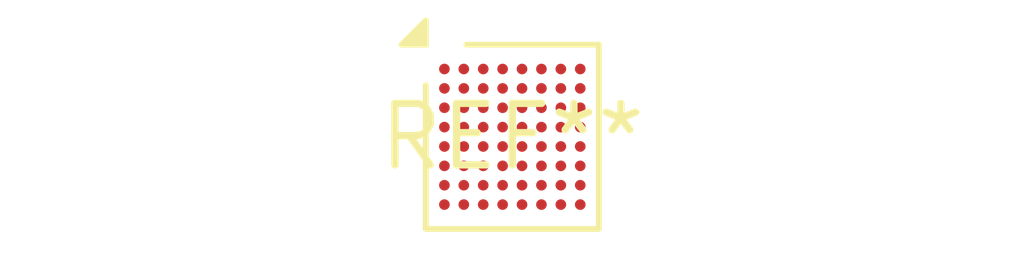
<source format=kicad_pcb>
(kicad_pcb (version 20240108) (generator pcbnew)
  (layers (0 "F.Cu" signal) (31 "B.Cu" signal) (34 "B.Paste" user) (35 "F.Paste" user) (36 "B.SilkS" user "B.Silkscreen") (37 "F.SilkS" user "F.Silkscreen") (38 "B.Mask" user) (39 "F.Mask" user) (44 "Edge.Cuts" user))
  (net 0 "")
  (footprint "ST_WLCSP-64_Die442" (layer "F.Cu") (at 0 0)
    (property "Reference" "REF**")
    (property "Value" "ST_WLCSP-64_Die442")
    (fp_line (start -1.7835 1.9025) (end -1.7835 -1.06575) (layer "F.SilkS") (stroke (width 0.12)))
    (fp_line (start -0.94675 -1.9025) (end 1.7835 -1.9025) (layer "F.SilkS") (stroke (width 0.12)))
    (fp_line (start 1.7835 -1.9025) (end 1.7835 1.9025) (layer "F.SilkS") (stroke (width 0.12)))
    (fp_line (start 1.7835 1.9025) (end -1.7835 1.9025) (layer "F.SilkS") (stroke (width 0.12)))
    (fp_poly (pts (xy -1.7835 -1.9025) (xy -2.2835 -1.9025) (xy -1.7835 -2.4025) (xy -1.7835 -1.9025)) (layer "F.SilkS") (stroke (width 0.12)) (fill solid))
    (pad "A1" smd circle (at -1.4 -1.4) (size 0.22 0.22) (property pad_prop_bga) (layers "F.Cu" "F.Paste" "F.Mask"))
    (pad "A2" smd circle (at -1 -1.4) (size 0.22 0.22) (property pad_prop_bga) (layers "F.Cu" "F.Paste" "F.Mask"))
    (pad "A3" smd circle (at -0.6 -1.4) (size 0.22 0.22) (property pad_prop_bga) (layers "F.Cu" "F.Paste" "F.Mask"))
    (pad "A4" smd circle (at -0.2 -1.4) (size 0.22 0.22) (property pad_prop_bga) (layers "F.Cu" "F.Paste" "F.Mask"))
    (pad "A5" smd circle (at 0.2 -1.4) (size 0.22 0.22) (property pad_prop_bga) (layers "F.Cu" "F.Paste" "F.Mask"))
    (pad "A6" smd circle (at 0.6 -1.4) (size 0.22 0.22) (property pad_prop_bga) (layers "F.Cu" "F.Paste" "F.Mask"))
    (pad "A7" smd circle (at 1 -1.4) (size 0.22 0.22) (property pad_prop_bga) (layers "F.Cu" "F.Paste" "F.Mask"))
    (pad "A8" smd circle (at 1.4 -1.4) (size 0.22 0.22) (property pad_prop_bga) (layers "F.Cu" "F.Paste" "F.Mask"))
    (pad "B1" smd circle (at -1.4 -1) (size 0.22 0.22) (property pad_prop_bga) (layers "F.Cu" "F.Paste" "F.Mask"))
    (pad "B2" smd circle (at -1 -1) (size 0.22 0.22) (property pad_prop_bga) (layers "F.Cu" "F.Paste" "F.Mask"))
    (pad "B3" smd circle (at -0.6 -1) (size 0.22 0.22) (property pad_prop_bga) (layers "F.Cu" "F.Paste" "F.Mask"))
    (pad "B4" smd circle (at -0.2 -1) (size 0.22 0.22) (property pad_prop_bga) (layers "F.Cu" "F.Paste" "F.Mask"))
    (pad "B5" smd circle (at 0.2 -1) (size 0.22 0.22) (property pad_prop_bga) (layers "F.Cu" "F.Paste" "F.Mask"))
    (pad "B6" smd circle (at 0.6 -1) (size 0.22 0.22) (property pad_prop_bga) (layers "F.Cu" "F.Paste" "F.Mask"))
    (pad "B7" smd circle (at 1 -1) (size 0.22 0.22) (property pad_prop_bga) (layers "F.Cu" "F.Paste" "F.Mask"))
    (pad "B8" smd circle (at 1.4 -1) (size 0.22 0.22) (property pad_prop_bga) (layers "F.Cu" "F.Paste" "F.Mask"))
    (pad "C1" smd circle (at -1.4 -0.6) (size 0.22 0.22) (property pad_prop_bga) (layers "F.Cu" "F.Paste" "F.Mask"))
    (pad "C2" smd circle (at -1 -0.6) (size 0.22 0.22) (property pad_prop_bga) (layers "F.Cu" "F.Paste" "F.Mask"))
    (pad "C3" smd circle (at -0.6 -0.6) (size 0.22 0.22) (property pad_prop_bga) (layers "F.Cu" "F.Paste" "F.Mask"))
    (pad "C4" smd circle (at -0.2 -0.6) (size 0.22 0.22) (property pad_prop_bga) (layers "F.Cu" "F.Paste" "F.Mask"))
    (pad "C5" smd circle (at 0.2 -0.6) (size 0.22 0.22) (property pad_prop_bga) (layers "F.Cu" "F.Paste" "F.Mask"))
    (pad "C6" smd circle (at 0.6 -0.6) (size 0.22 0.22) (property pad_prop_bga) (layers "F.Cu" "F.Paste" "F.Mask"))
    (pad "C7" smd circle (at 1 -0.6) (size 0.22 0.22) (property pad_prop_bga) (layers "F.Cu" "F.Paste" "F.Mask"))
    (pad "C8" smd circle (at 1.4 -0.6) (size 0.22 0.22) (property pad_prop_bga) (layers "F.Cu" "F.Paste" "F.Mask"))
    (pad "D1" smd circle (at -1.4 -0.2) (size 0.22 0.22) (property pad_prop_bga) (layers "F.Cu" "F.Paste" "F.Mask"))
    (pad "D2" smd circle (at -1 -0.2) (size 0.22 0.22) (property pad_prop_bga) (layers "F.Cu" "F.Paste" "F.Mask"))
    (pad "D3" smd circle (at -0.6 -0.2) (size 0.22 0.22) (property pad_prop_bga) (layers "F.Cu" "F.Paste" "F.Mask"))
    (pad "D4" smd circle (at -0.2 -0.2) (size 0.22 0.22) (property pad_prop_bga) (layers "F.Cu" "F.Paste" "F.Mask"))
    (pad "D5" smd circle (at 0.2 -0.2) (size 0.22 0.22) (property pad_prop_bga) (layers "F.Cu" "F.Paste" "F.Mask"))
    (pad "D6" smd circle (at 0.6 -0.2) (size 0.22 0.22) (property pad_prop_bga) (layers "F.Cu" "F.Paste" "F.Mask"))
    (pad "D7" smd circle (at 1 -0.2) (size 0.22 0.22) (property pad_prop_bga) (layers "F.Cu" "F.Paste" "F.Mask"))
    (pad "D8" smd circle (at 1.4 -0.2) (size 0.22 0.22) (property pad_prop_bga) (layers "F.Cu" "F.Paste" "F.Mask"))
    (pad "E1" smd circle (at -1.4 0.2) (size 0.22 0.22) (property pad_prop_bga) (layers "F.Cu" "F.Paste" "F.Mask"))
    (pad "E2" smd circle (at -1 0.2) (size 0.22 0.22) (property pad_prop_bga) (layers "F.Cu" "F.Paste" "F.Mask"))
    (pad "E3" smd circle (at -0.6 0.2) (size 0.22 0.22) (property pad_prop_bga) (layers "F.Cu" "F.Paste" "F.Mask"))
    (pad "E4" smd circle (at -0.2 0.2) (size 0.22 0.22) (property pad_prop_bga) (layers "F.Cu" "F.Paste" "F.Mask"))
    (pad "E5" smd circle (at 0.2 0.2) (size 0.22 0.22) (property pad_prop_bga) (layers "F.Cu" "F.Paste" "F.Mask"))
    (pad "E6" smd circle (at 0.6 0.2) (size 0.22 0.22) (property pad_prop_bga) (layers "F.Cu" "F.Paste" "F.Mask"))
    (pad "E7" smd circle (at 1 0.2) (size 0.22 0.22) (property pad_prop_bga) (layers "F.Cu" "F.Paste" "F.Mask"))
    (pad "E8" smd circle (at 1.4 0.2) (size 0.22 0.22) (property pad_prop_bga) (layers "F.Cu" "F.Paste" "F.Mask"))
    (pad "F1" smd circle (at -1.4 0.6) (size 0.22 0.22) (property pad_prop_bga) (layers "F.Cu" "F.Paste" "F.Mask"))
    (pad "F2" smd circle (at -1 0.6) (size 0.22 0.22) (property pad_prop_bga) (layers "F.Cu" "F.Paste" "F.Mask"))
    (pad "F3" smd circle (at -0.6 0.6) (size 0.22 0.22) (property pad_prop_bga) (layers "F.Cu" "F.Paste" "F.Mask"))
    (pad "F4" smd circle (at -0.2 0.6) (size 0.22 0.22) (property pad_prop_bga) (layers "F.Cu" "F.Paste" "F.Mask"))
    (pad "F5" smd circle (at 0.2 0.6) (size 0.22 0.22) (property pad_prop_bga) (layers "F.Cu" "F.Paste" "F.Mask"))
    (pad "F6" smd circle (at 0.6 0.6) (size 0.22 0.22) (property pad_prop_bga) (layers "F.Cu" "F.Paste" "F.Mask"))
    (pad "F7" smd circle (at 1 0.6) (size 0.22 0.22) (property pad_prop_bga) (layers "F.Cu" "F.Paste" "F.Mask"))
    (pad "F8" smd circle (at 1.4 0.6) (size 0.22 0.22) (property pad_prop_bga) (layers "F.Cu" "F.Paste" "F.Mask"))
    (pad "G1" smd circle (at -1.4 1) (size 0.22 0.22) (property pad_prop_bga) (layers "F.Cu" "F.Paste" "F.Mask"))
    (pad "G2" smd circle (at -1 1) (size 0.22 0.22) (property pad_prop_bga) (layers "F.Cu" "F.Paste" "F.Mask"))
    (pad "G3" smd circle (at -0.6 1) (size 0.22 0.22) (property pad_prop_bga) (layers "F.Cu" "F.Paste" "F.Mask"))
    (pad "G4" smd circle (at -0.2 1) (size 0.22 0.22) (property pad_prop_bga) (layers "F.Cu" "F.Paste" "F.Mask"))
    (pad "G5" smd circle (at 0.2 1) (size 0.22 0.22) (property pad_prop_bga) (layers "F.Cu" "F.Paste" "F.Mask"))
    (pad "G6" smd circle (at 0.6 1) (size 0.22 0.22) (property pad_prop_bga) (layers "F.Cu" "F.Paste" "F.Mask"))
    (pad "G7" smd circle (at 1 1) (size 0.22 0.22) (property pad_prop_bga) (layers "F.Cu" "F.Paste" "F.Mask"))
    (pad "G8" smd circle (at 1.4 1) (size 0.22 0.22) (property pad_prop_bga) (layers "F.Cu" "F.Paste" "F.Mask"))
    (pad "H1" smd circle (at -1.4 1.4) (size 0.22 0.22) (property pad_prop_bga) (layers "F.Cu" "F.Paste" "F.Mask"))
    (pad "H2" smd circle (at -1 1.4) (size 0.22 0.22) (property pad_prop_bga) (layers "F.Cu" "F.Paste" "F.Mask"))
    (pad "H3" smd circle (at -0.6 1.4) (size 0.22 0.22) (property pad_prop_bga) (layers "F.Cu" "F.Paste" "F.Mask"))
    (pad "H4" smd circle (at -0.2 1.4) (size 0.22 0.22) (property pad_prop_bga) (layers "F.Cu" "F.Paste" "F.Mask"))
    (pad "H5" smd circle (at 0.2 1.4) (size 0.22 0.22) (property pad_prop_bga) (layers "F.Cu" "F.Paste" "F.Mask"))
    (pad "H6" smd circle (at 0.6 1.4) (size 0.22 0.22) (property pad_prop_bga) (layers "F.Cu" "F.Paste" "F.Mask"))
    (pad "H7" smd circle (at 1 1.4) (size 0.22 0.22) (property pad_prop_bga) (layers "F.Cu" "F.Paste" "F.Mask"))
    (pad "H8" smd circle (at 1.4 1.4) (size 0.22 0.22) (property pad_prop_bga) (layers "F.Cu" "F.Paste" "F.Mask"))
  )
)
</source>
